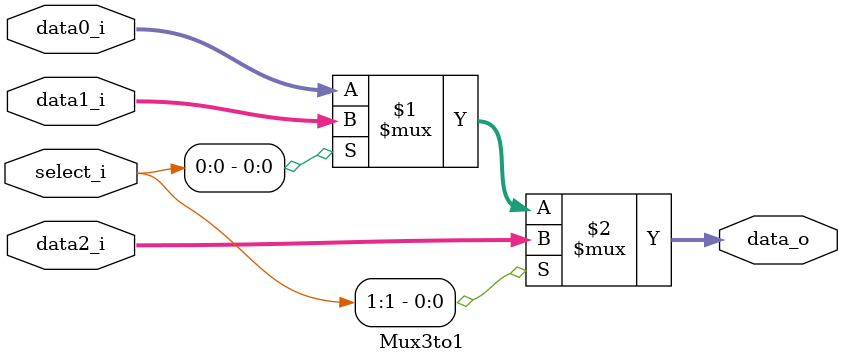
<source format=v>
module Mux3to1( data0_i, data1_i, data2_i, select_i, data_o );

parameter size = 0;			   
			
//I/O ports               
input wire	[size-1:0] data0_i;          
input wire	[size-1:0] data1_i;
input wire	[size-1:0] data2_i;
input wire	[2-1:0] select_i;
output wire	[size-1:0] data_o; 

//Main function
assign data_o = select_i[1] ? data2_i : (
					select_i[0] ? data1_i : data0_i
				);

endmodule      

</source>
